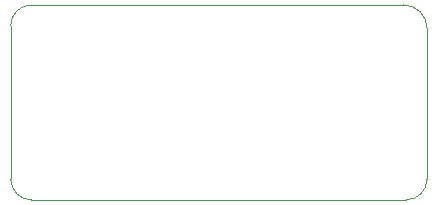
<source format=gbr>
G04 #@! TF.GenerationSoftware,KiCad,Pcbnew,5.1.2*
G04 #@! TF.CreationDate,2019-06-26T09:28:03-05:00*
G04 #@! TF.ProjectId,LN4890,4c4e3438-3930-42e6-9b69-6361645f7063,rev?*
G04 #@! TF.SameCoordinates,Original*
G04 #@! TF.FileFunction,Profile,NP*
%FSLAX46Y46*%
G04 Gerber Fmt 4.6, Leading zero omitted, Abs format (unit mm)*
G04 Created by KiCad (PCBNEW 5.1.2) date 2019-06-26 09:28:03*
%MOMM*%
%LPD*%
G04 APERTURE LIST*
%ADD10C,0.050000*%
G04 APERTURE END LIST*
D10*
X130500000Y-94250000D02*
G75*
G02X128750000Y-92500000I0J1750000D01*
G01*
X128750000Y-79500000D02*
G75*
G02X130500000Y-77750000I1750000J0D01*
G01*
X162000000Y-77750000D02*
G75*
G02X164000000Y-79750000I0J-2000000D01*
G01*
X164000000Y-92500000D02*
G75*
G02X162250000Y-94250000I-1750000J0D01*
G01*
X164000000Y-79750000D02*
X164000000Y-92500000D01*
X130500000Y-77750000D02*
X162000000Y-77750000D01*
X128750000Y-92500000D02*
X128750000Y-79500000D01*
X162250000Y-94250000D02*
X130500000Y-94250000D01*
M02*

</source>
